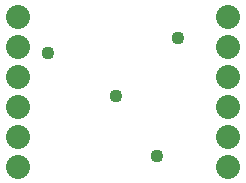
<source format=gts>
G75*
%MOIN*%
%OFA0B0*%
%FSLAX24Y24*%
%IPPOS*%
%LPD*%
%AMOC8*
5,1,8,0,0,1.08239X$1,22.5*
%
%ADD10C,0.0800*%
%ADD11C,0.0436*%
D10*
X000670Y001227D03*
X000670Y002227D03*
X000670Y003227D03*
X000670Y004227D03*
X000670Y005227D03*
X000670Y006227D03*
X007670Y006227D03*
X007670Y005227D03*
X007670Y004227D03*
X007670Y003227D03*
X007670Y002227D03*
X007670Y001227D03*
D11*
X005316Y001593D03*
X003946Y003593D03*
X001670Y005026D03*
X006020Y005518D03*
M02*

</source>
